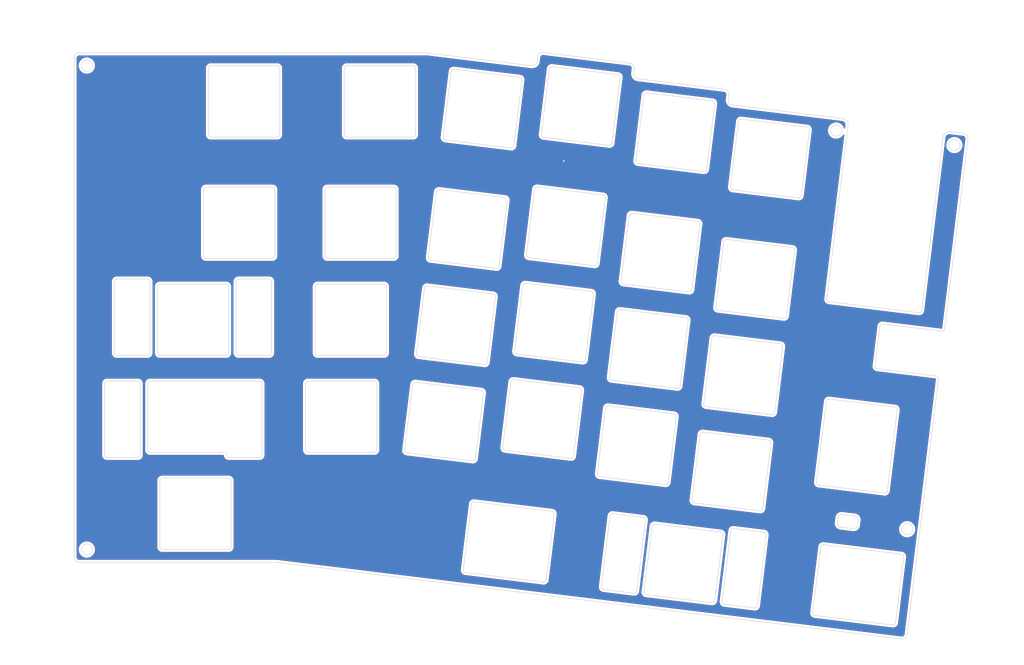
<source format=kicad_pcb>
(kicad_pcb (version 20240108) (generator "pcbnew") (generator_version "8.0")
  (layers (0 "F.Cu" signal) (31 "B.Cu" signal) (34 "B.Paste" user) (35 "F.Paste" user) (36 "B.SilkS" user "B.Silkscreen") (37 "F.SilkS" user "F.Silkscreen") (38 "B.Mask" user) (39 "F.Mask" user) (44 "Edge.Cuts" user))
  (net 0 "")
  (net 1 "GND")
  (gr_line (start 190.663032 112.029648) (end 177.754318 110.444658) (stroke (width 0.1)) (layer "Edge.Cuts"))
  (gr_line (start 85.2125 119.9875) (end 85.2125 132.9875) (stroke (width 0.1)) (layer "Edge.Cuts"))
  (gr_arc (start 124.321169 76.723947) (mid 123.987303 76.534471) (end 123.886182 76.164144) (stroke (width 0.1)) (layer "Edge.Cuts"))
  (gr_arc (start 144.72641 62.749063) (mid 144.915902 62.415168) (end 145.286261 62.314039) (stroke (width 0.1)) (layer "Edge.Cuts"))
  (gr_arc (start 180.696964 86.524982) (mid 180.362585 86.334862) (end 180.262153 85.963556) (stroke (width 0.1)) (layer "Edge.Cuts"))
  (gr_arc (start 102.1925 95.3875) (mid 101.838947 95.241053) (end 101.6925 94.8875) (stroke (width 0.1)) (layer "Edge.Cuts"))
  (gr_line (start 71.2125 132.9875) (end 71.2125 119.9875) (stroke (width 0.1)) (layer "Edge.Cuts"))
  (gr_line (start 130.753823 137.468165) (end 130.753792 137.468161) (stroke (width 0.1)) (layer "Edge.Cuts"))
  (gr_line (start 166.641663 142.378396) (end 179.552604 143.96366) (stroke (width 0.1)) (layer "Edge.Cuts"))
  (gr_line (start 139.365798 64.969838) (end 139.365807 64.969839) (stroke (width 0.1)) (layer "Edge.Cuts"))
  (gr_line (start 68.7982 80.3875) (end 62.79822 80.3875) (stroke (width 0.1)) (layer "Edge.Cuts"))
  (gr_arc (start 199.73066 146.441213) (mid 199.396059 146.250821) (end 199.295909 145.879101) (stroke (width 0.1)) (layer "Edge.Cuts"))
  (gr_arc (start 120.9075 38.525) (mid 121.261053 38.671447) (end 121.4075 39.025) (stroke (width 0.1)) (layer "Edge.Cuts"))
  (gr_arc (start 69.29825 94.8875) (mid 69.1518 95.241036) (end 68.79825 95.3875) (stroke (width 0.1)) (layer "Edge.Cuts"))
  (gr_arc (start 120.826943 101.079655) (mid 121.018998 100.743793) (end 121.393168 100.64542) (stroke (width 0.1)) (layer "Edge.Cuts"))
  (gr_line (start 205.143734 48.886242) (end 183.602842 46.241353) (stroke (width 0.1)) (layer "Edge.Cuts"))
  (gr_arc (start 217.813852 150.19797) (mid 217.436965 150.864115) (end 216.69943 151.068651) (stroke (width 0.1)) (layer "Edge.Cuts"))
  (gr_line (start 123.713776 81.737292) (end 136.608837 83.320606) (stroke (width 0.1)) (layer "Edge.Cuts"))
  (gr_arc (start 189.514071 125.489859) (mid 189.329065 125.820294) (end 188.96553 125.926358) (stroke (width 0.1)) (layer "Edge.Cuts"))
  (gr_arc (start 60.39325 100.9375) (mid 60.539697 100.583947) (end 60.89325 100.4375) (stroke (width 0.1)) (layer "Edge.Cuts"))
  (gr_arc (start 181.845937 73.064667) (mid 182.034376 72.731603) (end 182.403134 72.629336) (stroke (width 0.1)) (layer "Edge.Cuts"))
  (gr_line (start 94.137418 136.019959) (end 216.699427 151.068677) (stroke (width 0.1)) (layer "Edge.Cuts"))
  (gr_arc (start 200.879612 132.980876) (mid 201.068056 132.647836) (end 201.436817 132.545565) (stroke (width 0.1)) (layer "Edge.Cuts"))
  (gr_circle (center 217.833851 129.521319) (end 218.933851 129.521319) (stroke (width 0.1)) (fill none) (layer "Edge.Cuts"))
  (gr_line (start 158.266554 141.350061) (end 164.221812 142.081275) (stroke (width 0.1)) (layer "Edge.Cuts"))
  (gr_arc (start 188.477046 144.555731) (mid 188.290137 144.887589) (end 187.923713 144.991503) (stroke (width 0.1)) (layer "Edge.Cuts"))
  (gr_line (start 113.2875 114.4375) (end 100.2875 114.4375) (stroke (width 0.1)) (layer "Edge.Cuts"))
  (gr_line (start 148.185635 38.678724) (end 148.185637 38.678709) (stroke (width 0.1)) (layer "Edge.Cuts"))
  (gr_line (start 93.285 76.3375) (end 80.285 76.3375) (stroke (width 0.1)) (layer "Edge.Cuts"))
  (gr_arc (start 145.36903 36.796428) (mid 145.743629 36.132069) (end 146.477683 35.925037) (stroke (width 0.1)) (layer "Edge.Cuts"))
  (gr_line (start 164.779021 141.645928) (end 166.48519 127.750291) (stroke (width 0.1)) (layer "Edge.Cuts"))
  (gr_arc (start 176.053763 124.340993) (mid 175.721551 124.153656) (end 175.61807 123.786571) (stroke (width 0.1)) (layer "Edge.Cuts"))
  (gr_arc (start 80.285 76.3375) (mid 79.931447 76.191053) (end 79.785 75.8375) (stroke (width 0.1)) (layer "Edge.Cuts"))
  (gr_line (start 164.172541 39.969129) (end 164.172534 39.969128) (stroke (width 0.1)) (layer "Edge.Cuts"))
  (gr_arc (start 181.964573 144.259813) (mid 181.631524 144.071369) (end 181.529229 143.702604) (stroke (width 0.1)) (layer "Edge.Cuts"))
  (gr_line (start 156.480548 77.793662) (end 143.577467 76.209363) (stroke (width 0.1)) (layer "Edge.Cuts"))
  (gr_line (start 55.4 136.0125) (end 94.0155 136.0125) (stroke (width 0.1)) (layer "Edge.Cuts"))
  (gr_line (start 166.049828 127.19308) (end 160.094575 126.461867) (stroke (width 0.1)) (layer "Edge.Cuts"))
  (gr_line (start 189.514071 125.489859) (end 191.09836 112.586855) (stroke (width 0.1)) (layer "Edge.Cuts"))
  (gr_arc (start 119.677967 114.539957) (mid 119.344907 114.351521) (end 119.242641 113.982767) (stroke (width 0.1)) (layer "Edge.Cuts"))
  (gr_line (start 103.5975 62.8375) (end 103.5975 75.8375) (stroke (width 0.1)) (layer "Edge.Cuts"))
  (gr_arc (start 211.964718 98.017395) (mid 211.628918 97.825734) (end 211.530103 97.451939) (stroke (width 0.1)) (layer "Edge.Cuts"))
  (gr_line (start 128.372176 39.628659) (end 126.787888 52.531648) (stroke (width 0.1)) (layer "Edge.Cuts"))
  (gr_arc (start 92.6741 80.3875) (mid 93.02525 80.531479) (end 93.17425 80.880529) (stroke (width 0.1)) (layer "Edge.Cuts"))
  (gr_line (start 225.179053 90.213232) (end 229.758571 52.916073) (stroke (width 0.1)) (layer "Edge.Cuts"))
  (gr_arc (start 94.7375 52.025) (mid 94.591053 52.378553) (end 94.2375 52.525) (stroke (width 0.1)) (layer "Edge.Cuts"))
  (gr_line (start 159.20016 105.287535) (end 172.103246 106.871835) (stroke (width 0.1)) (layer "Edge.Cuts"))
  (gr_line (start 69.29825 94.8875) (end 69.29825 80.880529) (stroke (width 0.1)) (layer "Edge.Cuts"))
  (gr_line (start 224.621754 90.648563) (end 224.621749 90.648604) (stroke (width 0.1)) (layer "Edge.Cuts"))
  (gr_line (start 205.07311 126.621024) (end 205.073117 126.620964) (stroke (width 0.1)) (layer "Edge.Cuts"))
  (gr_arc (start 198.208234 50.578632) (mid 198.541303 50.767075) (end 198.643596 51.135843) (stroke (width 0.1)) (layer "Edge.Cuts"))
  (gr_arc (start 159.815578 100.275173) (mid 159.482543 100.086729) (end 159.380261 99.717968) (stroke (width 0.1)) (layer "Edge.Cuts"))
  (gr_arc (start 183.602842 46.241353) (mid 182.934178 45.861134) (end 182.733317 45.118626) (stroke (width 0.1)) (layer "Edge.Cuts"))
  (gr_arc (start 197.059296 64.038937) (mid 196.872514 64.370714) (end 196.506275 64.474795) (stroke (width 0.1)) (layer "Edge.Cuts"))
  (gr_arc (start 170.954298 120.332138) (mid 170.764172 120.666528) (end 170.392854 120.766963) (stroke (width 0.1)) (layer "Edge.Cuts"))
  (gr_arc (start 213.935125 121.990029) (mid 213.746682 122.323082) (end 213.377915 122.425385) (stroke (width 0.1)) (layer "Edge.Cuts"))
  (gr_line (start 68.83125 113.9304) (end 68.83125 100.9375) (stroke (width 0.1)) (layer "Edge.Cuts"))
  (gr_line (start 157.059308 118.620623) (end 158.642953 105.722868) (stroke (width 0.1)) (layer "Edge.Cuts"))
  (gr_arc (start 224.862134 52.566841) (mid 225.328331 51.737951) (end 226.242782 51.476879) (stroke (width 0.1)) (layer "Edge.Cuts"))
  (gr_line (start 202.093378 146.731318) (end 199.73066 146.441213) (stroke (width 0.1)) (layer "Edge.Cuts"))
  (gr_arc (start 135.459898 96.780925) (mid 135.271454 97.113969) (end 134.902691 97.216255) (stroke (width 0.1)) (layer "Edge.Cuts"))
  (gr_line (start 145.798401 125.714028) (end 135.258802 124.419927) (stroke (width 0.1)) (layer "Edge.Cuts"))
  (gr_arc (start 167.790603 128.918075) (mid 167.979047 128.585031) (end 168.34781 128.482747) (stroke (width 0.1)) (layer "Edge.Cuts"))
  (gr_line (start 177.940514 104.871795) (end 179.524328 91.972665) (stroke (width 0.1)) (layer "Edge.Cuts"))
  (gr_line (start 174.859142 88.529733) (end 173.275909 101.424127) (stroke (width 0.1)) (layer "Edge.Cuts"))
  (gr_arc (start 225.179053 90.213232) (mid 224.990574 90.546324) (end 224.621754 90.648563) (stroke (width 0.1)) (layer "Edge.Cuts"))
  (gr_line (start 213.377915 122.425385) (end 200.474777 120.841079) (stroke (width 0.1)) (layer "Edge.Cuts"))
  (gr_line (start 60.39325 114.9375) (end 60.39325 100.9375) (stroke (width 0.1)) (layer "Edge.Cuts"))
  (gr_line (start 167.790603 128.918075) (end 166.206304 141.821163) (stroke (width 0.1)) (layer "Edge.Cuts"))
  (gr_line (start 183.235399 129.806962) (end 181.529229 143.702604) (stroke (width 0.1)) (layer "Edge.Cuts"))
  (gr_line (start 161.530428 86.380593) (end 174.424847 87.963829) (stroke (width 0.1)) (layer "Edge.Cuts"))
  (gr_line (start 172.537497 107.438013) (end 170.954298 120.332138) (stroke (width 0.1)) (layer "Edge.Cuts"))
  (gr_line (start 193.419972 93.678852) (end 191.835673 106.581935) (stroke (width 0.1)) (layer "Edge.Cuts"))
  (gr_line (start 175.040309 82.951475) (end 162.137178 81.367169) (stroke (width 0.1)) (layer "Edge.Cuts"))
  (gr_arc (start 158.266554 141.350061) (mid 157.935996 141.164802) (end 157.830203 140.800948) (stroke (width 0.1)) (layer "Edge.Cuts"))
  (gr_arc (start 152.394544 115.174256) (mid 152.209342 115.504836) (end 151.84551 115.610676) (stroke (width 0.1)) (layer "Edge.Cuts"))
  (gr_arc (start 103.5975 62.8375) (mid 103.743947 62.483947) (end 104.0975 62.3375) (stroke (width 0.1)) (layer "Edge.Cuts"))
  (gr_line (start 172.718699 101.859478) (end 159.815578 100.275173) (stroke (width 0.1)) (layer "Edge.Cuts"))
  (gr_arc (start 115.6925 94.8875) (mid 115.546053 95.241053) (end 115.1925 95.3875) (stroke (width 0.1)) (layer "Edge.Cuts"))
  (gr_line (start 94.2375 38.525) (end 81.2375 38.525) (stroke (width 0.1)) (layer "Edge.Cuts"))
  (gr_line (start 126.027448 62.828314) (end 138.930438 64.412602) (stroke (width 0.1)) (layer "Edge.Cuts"))
  (gr_arc (start 166.641663 142.378396) (mid 166.308577 142.189945) (end 166.206304 141.821163) (stroke (width 0.1)) (layer "Edge.Cuts"))
  (gr_line (start 202.094147 146.731413) (end 202.093378 146.731318) (stroke (width 0.1)) (layer "Edge.Cuts"))
  (gr_line (start 217.813852 150.19797) (end 223.979683 99.981316) (stroke (width 0.1)) (layer "Edge.Cuts"))
  (gr_line (start 142.4048 81.657062) (end 140.819422 94.56894) (stroke (width 0.1)) (layer "Edge.Cuts"))
  (gr_line (start 220.128475 87.01664) (end 202.490959 84.851026) (stroke (width 0.1)) (layer "Edge.Cuts"))
  (gr_arc (start 84.7125 119.4875) (mid 85.066053 119.633947) (end 85.2125 119.9875) (stroke (width 0.1)) (layer "Edge.Cuts"))
  (gr_line (start 126.787939 52.531654) (end 126.787888 52.531648) (stroke (width 0.1)) (layer "Edge.Cuts"))
  (gr_arc (start 223.542898 99.432779) (mid 223.873507 99.617698) (end 223.979683 99.981316) (stroke (width 0.1)) (layer "Edge.Cuts"))
  (gr_line (start 148.161934 126.004232) (end 145.798401 125.714028) (stroke (width 0.1)) (layer "Edge.Cuts"))
  (gr_circle (center 227.094401 54.100219) (end 228.194401 54.100219) (stroke (width 0.1)) (fill none) (layer "Edge.Cuts"))
  (gr_arc (start 181.966172 43.161435) (mid 182.629298 43.534471) (end 182.837989 44.26613) (stroke (width 0.1)) (layer "Edge.Cuts"))
  (gr_line (start 223.542898 99.432779) (end 211.964718 98.017395) (stroke (width 0.1)) (layer "Edge.Cuts"))
  (gr_arc (start 80.7375 39.025) (mid 80.883947 38.671447) (end 81.2375 38.525) (stroke (width 0.1)) (layer "Edge.Cuts"))
  (gr_arc (start 84.73625 94.8875) (mid 84.5898 95.241036) (end 84.23625 95.3875) (stroke (width 0.1)) (layer "Edge.Cuts"))
  (gr_line (start 99.7875 113.9375) (end 99.7875 100.9375) (stroke (width 0.1)) (layer "Edge.Cuts"))
  (gr_line (start 148.185637 38.678709) (end 161.088737 40.263011) (stroke (width 0.1)) (layer "Edge.Cuts"))
  (gr_line (start 203.800317 132.835767) (end 214.339917 134.129867) (stroke (width 0.1)) (layer "Edge.Cuts"))
  (gr_line (start 117.5975 75.8375) (end 117.5975 62.8375) (stroke (width 0.1)) (layer "Edge.Cuts"))
  (gr_arc (start 154.716146 96.266331) (mid 154.527703 96.599392) (end 154.158938 96.701667) (stroke (width 0.1)) (layer "Edge.Cuts"))
  (gr_arc (start 158.186736 63.898018) (mid 158.521407 64.088515) (end 158.621423 64.46039) (stroke (width 0.1)) (layer "Edge.Cuts"))
  (gr_arc (start 204.237223 127.27409) (mid 204.51989 126.774419) (end 205.07311 126.621024) (stroke (width 0.1)) (layer "Edge.Cuts"))
  (gr_arc (start 195.306233 74.213638) (mid 195.6393 74.40208) (end 195.741582 74.770847) (stroke (width 0.1)) (layer "Edge.Cuts"))
  (gr_line (start 228.887869 51.801654) (end 226.242782 51.476879) (stroke (width 0.1)) (layer "Edge.Cuts"))
  (gr_arc (start 181.250932 130.067051) (mid 181.583986 130.255484) (end 181.686251 130.624232) (stroke (width 0.1)) (layer "Edge.Cuts"))
  (gr_line (start 159.537371 126.897171) (end 157.830203 140.800948) (stroke (width 0.1)) (layer "Edge.Cuts"))
  (gr_line (start 60.89325 100.4375) (end 66.8932 100.4375) (stroke (width 0.1)) (layer "Edge.Cuts"))
  (gr_line (start 161.523511 40.824782) (end 159.939768 53.723334) (stroke (width 0.1)) (layer "Edge.Cuts"))
  (gr_arc (start 175.597518 82.516128) (mid 175.409075 82.849179) (end 175.040309 82.951475) (stroke (width 0.1)) (layer "Edge.Cuts"))
  (gr_line (start 132.575815 116.123614) (end 119.677967 114.539957) (stroke (width 0.1)) (layer "Edge.Cuts"))
  (gr_line (start 212.633745 148.025513) (end 202.094147 146.731413) (stroke (width 0.1)) (layer "Edge.Cuts"))
  (gr_arc (start 166.049828 127.19308) (mid 166.38288 127.381523) (end 166.48519 127.750291) (stroke (width 0.1)) (layer "Edge.Cuts"))
  (gr_arc (start 202.490959 84.851026) (mid 202.156381 84.660671) (end 202.056182 84.289002) (stroke (width 0.1)) (layer "Edge.Cuts"))
  (gr_line (start 165.039253 57.732172) (end 177.950511 59.317474) (stroke (width 0.1)) (layer "Edge.Cuts"))
  (gr_line (start 69.33125 100.4375) (end 90.7692 100.4375) (stroke (width 0.1)) (layer "Edge.Cuts"))
  (gr_arc (start 176.746447 69.055825) (mid 177.08211 69.247612) (end 177.180795 69.621384) (stroke (width 0.1)) (layer "Edge.Cuts"))
  (gr_line (start 182.733317 45.118626) (end 182.837989 44.26613) (stroke (width 0.1)) (layer "Edge.Cuts"))
  (gr_arc (start 113.2875 100.4375) (mid 113.641053 100.583947) (end 113.7875 100.9375) (stroke (width 0.1)) (layer "Edge.Cuts"))
  (gr_line (start 137.218765 78.307573) (end 124.321169 76.723947) (stroke (width 0.1)) (layer "Edge.Cuts"))
  (gr_arc (start 174.424847 87.963829) (mid 174.760615 88.155754) (end 174.859142 88.529733) (stroke (width 0.1)) (layer "Edge.Cuts"))
  (gr_arc (start 137.781495 77.873025) (mid 137.590827 78.207759) (end 137.218765 78.307573) (stroke (width 0.1)) (layer "Edge.Cuts"))
  (gr_line (start 123.5798 36) (end 55.4 36) (stroke (width 0.1)) (layer "Edge.Cuts"))
  (gr_arc (start 121.4075 52.025) (mid 121.261053 52.378553) (end 120.9075 52.525) (stroke (width 0.1)) (layer "Edge.Cuts"))
  (gr_arc (start 201.989383 104.40316) (mid 202.17965 104.068654) (end 202.551185 103.968362) (stroke (width 0.1)) (layer "Edge.Cuts"))
  (gr_arc (start 140.083188 100.565073) (mid 140.271631 100.232024) (end 140.640397 100.129723) (stroke (width 0.1)) (layer "Edge.Cuts"))
  (gr_line (start 215.884263 106.115573) (end 213.935125 121.990029) (stroke (width 0.1)) (layer "Edge.Cuts"))
  (gr_arc (start 153.543522 101.714028) (mid 153.876556 101.902472) (end 153.978835 102.271233) (stroke (width 0.1)) (layer "Edge.Cuts"))
  (gr_line (start 137.044197 83.877838) (end 135.459898 96.780925) (stroke (width 0.1)) (layer "Edge.Cuts"))
  (gr_line (start 155.865135 82.806024) (end 142.957173 81.221126) (stroke (width 0.1)) (layer "Edge.Cuts"))
  (gr_arc (start 86.17425 80.8875) (mid 86.3207 80.533964) (end 86.67425 80.3875) (stroke (width 0.1)) (layer "Edge.Cuts"))
  (gr_arc (start 164.779021 141.645928) (mid 164.590578 141.97898) (end 164.221812 142.081275) (stroke (width 0.1)) (layer "Edge.Cuts"))
  (gr_line (start 91.26925 100.944671) (end 91.26925 114.9375) (stroke (width 0.1)) (layer "Edge.Cuts"))
  (gr_line (start 81.2375 52.525) (end 94.2375 52.525) (stroke (width 0.1)) (layer "Edge.Cuts"))
  (gr_line (start 80.285 62.3375) (end 93.285 62.3375) (stroke (width 0.1)) (layer "Edge.Cuts"))
  (gr_arc (start 115.1925 81.3875) (mid 115.546053 81.533947) (end 115.6925 81.8875) (stroke (width 0.1)) (layer "Edge.Cuts"))
  (gr_arc (start 159.537371 126.897171) (mid 159.725814 126.564116) (end 160.094575 126.461867) (stroke (width 0.1)) (layer "Edge.Cuts"))
  (gr_arc (start 147.012949 139.464456) (mid 146.827839 139.794966) (end 146.464146 139.900907) (stroke (width 0.1)) (layer "Edge.Cuts"))
  (gr_arc (start 133.138287 115.688936) (mid 132.94775 116.02364) (end 132.575815 116.123614) (stroke (width 0.1)) (layer "Edge.Cuts"))
  (gr_arc (start 71.2125 119.9875) (mid 71.358947 119.633947) (end 71.7125 119.4875) (stroke (width 0.1)) (layer "Edge.Cuts"))
  (gr_arc (start 183.235399 129.806962) (mid 183.421886 129.475417) (end 183.787672 129.371014) (stroke (width 0.1)) (layer "Edge.Cuts"))
  (gr_arc (start 228.887869 51.801654) (mid 229.554011 52.178539) (end 229.758571 52.916073) (stroke (width 0.1)) (layer "Edge.Cuts"))
  (gr_line (start 84.26925 114.4375) (end 69.3313 114.4375) (stroke (width 0.1)) (layer "Edge.Cuts"))
  (gr_arc (start 123.148553 82.171656) (mid 123.340207 81.836105) (end 123.713776 81.737292) (stroke (width 0.1)) (layer "Edge.Cuts"))
  (gr_line (start 141.255854 95.117368) (end 154.158938 96.701667) (stroke (width 0.1)) (layer "Edge.Cuts"))
  (gr_line (start 154.716146 96.266331) (end 156.301114 83.357795) (stroke (width 0.1)) (layer "Edge.Cuts"))
  (gr_arc (start 216.703441 134.420072) (mid 217.039267 134.612093) (end 217.137659 134.986209) (stroke (width 0.1)) (layer "Edge.Cuts"))
  (gr_line (start 93.785 62.8375) (end 93.785 75.8375) (stroke (width 0.1)) (layer "Edge.Cuts"))
  (gr_arc (start 184.74795 49.429668) (mid 184.936393 49.096605) (end 185.305158 48.994334) (stroke (width 0.1)) (layer "Edge.Cuts"))
  (gr_line (start 199.295909 145.879101) (end 200.879612 132.980876) (stroke (width 0.1)) (layer "Edge.Cuts"))
  (gr_arc (start 68.7982 80.3875) (mid 69.149286 80.531514) (end 69.29825 80.880529) (stroke (width 0.1)) (layer "Edge.Cuts"))
  (gr_line (start 195.741582 74.770847) (end 194.157282 87.673936) (stroke (width 0.1)) (layer "Edge.Cuts"))
  (gr_line (start 70.73625 94.8804) (end 70.73625 81.8875) (stroke (width 0.1)) (layer "Edge.Cuts"))
  (gr_line (start 133.552631 138.315573) (end 144.09223 139.609674) (stroke (width 0.1)) (layer "Edge.Cuts"))
  (gr_line (start 115.1925 95.3875) (end 102.1925 95.3875) (stroke (width 0.1)) (layer "Edge.Cuts"))
  (gr_line (start 184.74795 49.429668) (end 183.163016 62.337925) (stroke (width 0.1)) (layer "Edge.Cuts"))
  (gr_arc (start 204.768396 129.102324) (mid 204.268781 128.819655) (end 204.115376 128.266497) (stroke (width 0.1)) (layer "Edge.Cuts"))
  (gr_arc (start 148.161934 126.004232) (mid 148.493367 126.190592) (end 148.597886 126.556179) (stroke (width 0.1)) (layer "Edge.Cuts"))
  (gr_line (start 143.14211 75.652153) (end 144.72641 62.749063) (stroke (width 0.1)) (layer "Edge.Cuts"))
  (gr_arc (start 178.375363 105.432989) (mid 178.041054 105.242962) (end 177.940514 104.871795) (stroke (width 0.1)) (layer "Edge.Cuts"))
  (gr_arc (start 205.143734 48.886242) (mid 205.976394 49.357339) (end 206.232058 50.279234) (stroke (width 0.1)) (layer "Edge.Cuts"))
  (gr_arc (start 166.188185 44.271873) (mid 166.376628 43.938823) (end 166.745395 43.836522) (stroke (width 0.1)) (layer "Edge.Cuts"))
  (gr_line (start 191.278465 107.017272) (end 191.278463 107.01729) (stroke (width 0.1)) (layer "Edge.Cuts"))
  (gr_arc (start 180.101959 143.527257) (mid 179.916632 143.857943) (end 179.552604 143.96366) (stroke (width 0.1)) (layer "Edge.Cuts"))
  (gr_line (start 216.69943 151.068651) (end 216.699427 151.068677) (stroke (width 0.1)) (layer "Edge.Cuts"))
  (gr_arc (start 121.999568 95.631951) (mid 121.666512 95.443517) (end 121.56425 95.074768) (stroke (width 0.1)) (layer "Edge.Cuts"))
  (gr_line (start 145.36903 36.796428) (end 145.264524 37.647566) (stroke (width 0.1)) (layer "Edge.Cuts"))
  (gr_arc (start 162.137178 81.367169) (mid 161.804145 81.178725) (end 161.701871 80.809965) (stroke (width 0.1)) (layer "Edge.Cuts"))
  (gr_arc (start 178.499531 58.881142) (mid 178.314307 59.211661) (end 177.950511 59.317474) (stroke (width 0.1)) (layer "Edge.Cuts"))
  (gr_line (start 176.053763 124.340993) (end 188.96553 125.926358) (stroke (width 0.1)) (layer "Edge.Cuts"))
  (gr_arc (start 113.7875 113.9375) (mid 113.641053 114.291053) (end 113.2875 114.4375) (stroke (width 0.1)) (layer "Edge.Cuts"))
  (gr_line (start 214.997149 148.315703) (end 212.633745 148.025513) (stroke (width 0.1)) (layer "Edge.Cuts"))
  (gr_arc (start 191.835673 106.581935) (mid 191.64723 106.915006) (end 191.278465 107.017272) (stroke (width 0.1)) (layer "Edge.Cuts"))
  (gr_arc (start 85.2125 132.9875) (mid 85.066053 133.341053) (end 84.7125 133.4875) (stroke (width 0.1)) (layer "Edge.Cuts"))
  (gr_arc (start 157.037755 77.358332) (mid 156.849312 77.691397) (end 156.480548 77.793662) (stroke (width 0.1)) (layer "Edge.Cuts"))
  (gr_line (start 159.379429 54.158273) (end 146.479467 52.574356) (stroke (width 0.1)) (layer "Edge.Cuts"))
  (gr_line (start 214.339917 134.129867) (end 214.340685 134.129962) (stroke (width 0.1)) (layer "Edge.Cuts"))
  (gr_line (start 200.040142 120.278456) (end 201.989383 104.40316) (stroke (width 0.1)) (layer "Edge.Cuts"))
  (gr_line (start 204.237223 127.27409) (end 204.115371 128.266496) (stroke (width 0.1)) (layer "Edge.Cuts"))
  (gr_arc (start 62.29825 80.88747) (mid 62.444688 80.533938) (end 62.79822 80.3875) (stroke (width 0.1)) (layer "Edge.Cuts"))
  (gr_arc (start 165.043229 41.08356) (mid 164.377078 40.70667) (end 164.172541 39.969129) (stroke (width 0.1)) (layer "Edge.Cuts"))
  (gr_line (start 104.0975 76.3375) (end 117.0975 76.3375) (stroke (width 0.1)) (layer "Edge.Cuts"))
  (gr_arc (start 158.642953 105.722868) (mid 158.831396 105.389807) (end 159.20016 105.287535) (stroke (width 0.1)) (layer "Edge.Cuts"))
  (gr_line (start 181.250932 130.067051) (end 168.34781 128.482747) (stroke (width 0.1)) (layer "Edge.Cuts"))
  (gr_line (start 211.530103 97.451939) (end 212.486544 89.662355) (stroke (width 0.1)) (layer "Edge.Cuts"))
  (gr_arc (start 94.0155 136.0125) (mid 94.076573 136.014366) (end 94.137418 136.019959) (stroke (width 0.1)) (layer "Edge.Cuts"))
  (gr_arc (start 55.4 136.0125) (mid 54.692893 135.719607) (end 54.4 135.0125) (stroke (width 0.1)) (layer "Edge.Cuts"))
  (gr_arc (start 107.4075 39.025) (mid 107.553947 38.671447) (end 107.9075 38.525) (stroke (width 0.1)) (layer "Edge.Cuts"))
  (gr_line (start 179.648522 45.420826) (end 166.745395 43.836522) (stroke (width 0.1)) (layer "Edge.Cuts"))
  (gr_circle (center 56.9 38.5) (end 58 38.5) (stroke (width 0.1)) (fill none) (layer "Edge.Cuts"))
  (gr_arc (start 138.930438 64.412602) (mid 139.263525 64.601054) (end 139.365798 64.969838) (stroke (width 0.1)) (layer "Edge.Cuts"))
  (gr_line (start 86.17425 80.8875) (end 86.17425 94.8944) (stroke (width 0.1)) (layer "Edge.Cuts"))
  (gr_line (start 84.23625 95.3875) (end 71.2363 95.3875) (stroke (width 0.1)) (layer "Edge.Cuts"))
  (gr_line (start 139.365807 64.969839) (end 137.781495 77.873025) (stroke (width 0.1)) (layer "Edge.Cuts"))
  (gr_line (start 126.027444 62.82835) (end 126.027448 62.828314) (stroke (width 0.1)) (layer "Edge.Cuts"))
  (gr_line (start 62.29825 80.88747) (end 62.29825 94.8944) (stroke (width 0.1)) (layer "Edge.Cuts"))
  (gr_line (start 140.683509 54.238027) (end 142.268671 41.327915) (stroke (width 0.1)) (layer "Edge.Cuts"))
  (gr_line (start 202.551185 103.968362) (end 215.449824 105.552117) (stroke (width 0.1)) (layer "Edge.Cuts"))
  (gr_arc (start 68.83125 100.9375) (mid 68.9777 100.583964) (end 69.33125 100.4375) (stroke (width 0.1)) (layer "Edge.Cuts"))
  (gr_line (start 135.258802 124.419927) (end 135.25767 124.419789) (stroke (width 0.1)) (layer "Edge.Cuts"))
  (gr_arc (start 101.6925 81.8875) (mid 101.838947 81.533947) (end 102.1925 81.3875) (stroke (width 0.1)) (layer "Edge.Cuts"))
  (gr_line (start 107.9075 52.525) (end 120.9075 52.525) (stroke (width 0.1)) (layer "Edge.Cuts"))
  (gr_line (start 134.722588 102.785837) (end 133.138287 115.688936) (stroke (width 0.1)) (layer "Edge.Cuts"))
  (gr_arc (start 132.338092 124.565073) (mid 132.526536 124.232026) (end 132.895301 124.129727) (stroke (width 0.1)) (layer "Edge.Cuts"))
  (gr_arc (start 93.785 75.8375) (mid 93.638553 76.191053) (end 93.285 76.3375) (stroke (width 0.1)) (layer "Edge.Cuts"))
  (gr_line (start 201.436817 132.545565) (end 203.800317 132.835767) (stroke (width 0.1)) (layer "Edge.Cuts"))
  (gr_line (start 207.554323 126.925618) (end 205.073117 126.620964) (stroke (width 0.1)) (layer "Edge.Cuts"))
  (gr_line (start 193.600064 88.109284) (end 180.696964 86.524982) (stroke (width 0.1)) (layer "Edge.Cuts"))
  (gr_arc (start 161.088737 40.263011) (mid 161.423225 40.453268) (end 161.523511 40.824782) (stroke (width 0.1)) (layer "Edge.Cuts"))
  (gr_line (start 117.0975 62.3375) (end 104.0975 62.3375) (stroke (width 0.1)) (layer "Edge.Cuts"))
  (gr_line (start 79.785 75.8375) (end 79.785 62.8375) (stroke (width 0.1)) (layer "Edge.Cuts"))
  (gr_line (start 121.4075 52.025) (end 121.4075 39.025) (stroke (width 0.1)) (layer "Edge.Cuts"))
  (gr_line (start 84.7125 133.4875) (end 71.7125 133.4875) (stroke (width 0.1)) (layer "Edge.Cuts"))
  (gr_circle (center 56.9 133.5125) (end 58 133.5125) (stroke (width 0.1)) (fill none) (layer "Edge.Cuts"))
  (gr_line (start 202.056182 84.289002) (end 206.232058 50.279234) (stroke (width 0.1)) (layer "Edge.Cuts"))
  (gr_line (start 182.403134 72.629336) (end 195.306233 74.213638) (stroke (width 0.1)) (layer "Edge.Cuts"))
  (gr_arc (start 220.685679 86.581323) (mid 220.497236 86.914359) (end 220.128475 87.01664) (stroke (width 0.1)) (layer "Edge.Cuts"))
  (gr_arc (start 94.2375 38.525) (mid 94.591053 38.671447) (end 94.7375 39.025) (stroke (width 0.1)) (layer "Edge.Cuts"))
  (gr_arc (start 107.9075 52.525) (mid 107.553947 52.378553) (end 107.4075 52.025) (stroke (width 0.1)) (layer "Edge.Cuts"))
  (gr_line (start 134.902691 97.216255) (end 121.999568 95.631951) (stroke (width 0.1)) (layer "Edge.Cuts"))
  (gr_arc (start 134.287236 102.228613) (mid 134.620316 102.417061) (end 134.722588 102.785837) (stroke (width 0.1)) (layer "Edge.Cuts"))
  (gr_line (start 177.202716 110.880664) (end 175.61807 123.786571) (stroke (width 0.1)) (layer "Edge.Cuts"))
  (gr_line (start 152.394544 115.174256) (end 153.978835 102.271233) (stroke (width 0.1)) (layer "Edge.Cuts"))
  (gr_arc (start 146.479467 52.574356) (mid 146.146403 52.385913) (end 146.044124 52.017147) (stroke (width 0.1)) (layer "Edge.Cuts"))
  (gr_arc (start 125.47015 63.263756) (mid 125.6586 62.930614) (end 126.027444 62.82835) (stroke (width 0.1)) (layer "Edge.Cuts"))
  (gr_line (start 94.7375 52.025) (end 94.7375 39.025) (stroke (width 0.1)) (layer "Edge.Cuts"))
  (gr_line (start 153.543522 101.714028) (end 140.640397 100.129723) (stroke (width 0.1)) (layer "Edge.Cuts"))
  (gr_arc (start 143.577467 76.209363) (mid 143.2444 76.020921) (end 143.14211 75.652153) (stroke (width 0.1)) (layer "Edge.Cuts"))
  (gr_arc (start 84.2362 81.3875) (mid 84.592286 81.536514) (end 84.73625 81.894671) (stroke (width 0.1)) (layer "Edge.Cuts"))
  (gr_arc (start 147.628423 39.114065) (mid 147.816867 38.780992) (end 148.185635 38.678724) (stroke (width 0.1)) (layer "Edge.Cuts"))
  (gr_line (start 86.6744 95.3875) (end 92.67425 95.3875) (stroke (width 0.1)) (layer "Edge.Cuts"))
  (gr_line (start 121.393168 100.64542) (end 134.287236 102.228613) (stroke (width 0.1)) (layer "Edge.Cuts"))
  (gr_arc (start 183.598965 62.889977) (mid 183.267496 62.703576) (end 183.163016 62.337925) (stroke (width 0.1)) (layer "Edge.Cuts"))
  (gr_line (start 144.144883 38.517565) (end 123.701718 36.007459) (stroke (width 0.1)) (layer "Edge.Cuts"))
  (gr_arc (start 155.865135 82.806024) (mid 156.196516 82.992314) (end 156.301114 83.357795) (stroke (width 0.1)) (layer "Edge.Cuts"))
  (gr_arc (start 71.2363 95.3875) (mid 70.880239 95.238511) (end 70.73625 94.8804) (stroke (width 0.1)) (layer "Edge.Cuts"))
  (gr_line (start 107.4075 39.025) (end 107.4075 52.025) (stroke (width 0.1)) (layer "Edge.Cuts"))
  (gr_arc (start 127.223354 53.088962) (mid 126.890204 52.900507) (end 126.787939 52.531654) (stroke (width 0.1)) (layer "Edge.Cuts"))
  (gr_line (start 198.208234 50.578632) (end 185.305158 48.994334) (stroke (width 0.1)) (layer "Edge.Cuts"))
  (gr_line (start 183.598965 62.889977) (end 196.506275 64.474795) (stroke (width 0.1)) (layer "Edge.Cuts"))
  (gr_line (start 140.083188 100.565073) (end 138.497866 113.476484) (stroke (width 0.1)) (layer "Edge.Cuts"))
  (gr_arc (start 165.039253 57.732172) (mid 164.708726 57.546957) (end 164.602878 57.183167) (stroke (width 0.1)) (layer "Edge.Cuts"))
  (gr_arc (start 81.2375 52.525) (mid 80.883947 52.378553) (end 80.7375 52.025) (stroke (width 0.1)) (layer "Edge.Cuts"))
  (gr_arc (start 190.663032 112.029648) (mid 190.996095 112.218091) (end 191.09836 112.586855) (stroke (width 0.1)) (layer "Edge.Cuts"))
  (gr_line (start 141.832624 40.777618) (end 128.924092 39.192649) (stroke (width 0.1)) (layer "Edge.Cuts"))
  (gr_arc (start 84.7693 115.4375) (mid 84.413239 115.288511) (end 84.26925 114.9304) (stroke (width 0.1)) (layer "Edge.Cuts"))
  (gr_line (start 224.862134 52.566841) (end 220.685679 86.581323) (stroke (width 0.1)) (layer "Edge.Cuts"))
  (gr_arc (start 99.7875 100.9375) (mid 99.933947 100.583947) (end 100.2875 100.4375) (stroke (width 0.1)) (layer "Edge.Cuts"))
  (gr_arc (start 71.7125 133.4875) (mid 71.358947 133.341053) (end 71.2125 132.9875) (stroke (width 0.1)) (layer "Edge.Cuts"))
  (gr_arc (start 70.73625 81.8875) (mid 70.8827 81.533964) (end 71.23625 81.3875) (stroke (width 0.1)) (layer "Edge.Cuts"))
  (gr_line (start 127.223354 53.088962) (end 140.133672 54.67415) (stroke (width 0.1)) (layer "Edge.Cuts"))
  (gr_arc (start 163.406362 38.003617) (mid 164.072481 38.380503) (end 164.277035 39.118033) (stroke (width 0.1)) (layer "Edge.Cuts"))
  (gr_arc (start 100.2875 114.4375) (mid 99.933947 114.291053) (end 99.7875 113.9375) (stroke (width 0.1)) (layer "Edge.Cuts"))
  (gr_line (start 54.4 37) (end 54.4 135.0125) (stroke (width 0.1)) (layer "Edge.Cuts"))
  (gr_line (start 181.966172 43.161435) (end 165.043229 41.08356) (stroke (width 0.1)) (layer "Edge.Cuts"))
  (gr_line (start 115.6925 81.8875) (end 115.6925 94.8875) (stroke (width 0.1)) (layer "Edge.Cuts"))
  (gr_line (start 146.044124 52.017147) (end 147.628423 39.114065) (stroke (width 0.1)) (layer "Edge.Cuts"))
  (gr_arc (start 66.8932 100.4375) (mid 67.249286 100.586514) (end 67.39325 100.944671) (stroke (width 0.1)) (layer "Edge.Cuts"))
  (gr_arc (start 189.74776 130.102821) (mid 190.078538 130.288255) (end 190.184154 130.652451) (stroke (width 0.1)) (layer "Edge.Cuts"))
  (gr_line (start 214.997153 148.315669) (end 214.997149 148.315703) (stroke (width 0.1)) (layer "Edge.Cuts"))
  (gr_line (start 90.76925 115.4375) (end 84.7693 115.4375) (stroke (width 0.1)) (layer "Edge.Cuts"))
  (gr_arc (start 136.608837 83.320606) (mid 136.941922 83.509056) (end 137.044197 83.877838) (stroke (width 0.1)) (layer "Edge.Cuts"))
  (gr_arc (start 179.648522 45.420826) (mid 179.981557 45.60927) (end 180.083833 45.978031) (stroke (width 0.1)) (layer "Edge.Cuts"))
  (gr_line (start 161.701871 80.809965) (end 163.286174 67.906859) (stroke (width 0.1)) (layer "Edge.Cuts"))
  (gr_arc (start 138.93434 114.025383) (mid 138.603789 113.840237) (end 138.497866 113.476484) (stroke (width 0.1)) (layer "Edge.Cuts"))
  (gr_line (start 158.621423 64.46039) (end 157.037755 77.358332) (stroke (width 0.1)) (layer "Edge.Cuts"))
  (gr_line (start 101.6925 94.8875) (end 101.6925 81.8875) (stroke (width 0.1)) (layer "Edge.Cuts"))
  (gr_line (start 214.340685 134.129962) (end 216.703441 134.420072) (stroke (width 0.1)) (layer "Edge.Cuts"))
  (gr_line (start 164.172534 39.969128) (end 164.277035 39.118033) (stroke (width 0.1)) (layer "Edge.Cuts"))
  (gr_arc (start 60.89325 115.4375) (mid 60.539697 115.291053) (end 60.39325 114.9375) (stroke (width 0.1)) (layer "Edge.Cuts"))
  (gr_arc (start 192.984633 93.121644) (mid 193.317697 93.310087) (end 193.419972 93.678852) (stroke (width 0.1)) (layer "Edge.Cuts"))
  (gr_line (start 181.964573 144.259813) (end 187.923713 144.991503) (stroke (width 0.1)) (layer "Edge.Cuts"))
  (gr_arc (start 93.285 62.3375) (mid 93.638553 62.483947) (end 93.785 62.8375) (stroke (width 0.1)) (layer "Edge.Cuts"))
  (gr_arc (start 207.554323 126.925618) (mid 208.051128 127.204637) (end 208.208552 127.752246) (stroke (width 0.1)) (layer "Edge.Cuts"))
  (gr_line (start 180.085502 91.53783) (end 192.984633 93.121644) (stroke (width 0.1)) (layer "Edge.Cuts"))
  (gr_arc (start 200.474777 120.841079) (mid 200.140021 120.650484) (end 200.040142 120.278456) (stroke (width 0.1)) (layer "Edge.Cuts"))
  (gr_arc (start 159.939768 53.723334) (mid 159.75008 54.057373) (end 159.379429 54.158273) (stroke (width 0.1)) (layer "Edge.Cuts"))
  (gr_line (start 80.7375 39.025) (end 80.7375 52.025) (stroke (width 0.1)) (layer "Edge.Cuts"))
  (gr_line (start 163.851122 67.472477) (end 176.746447 69.055825) (stroke (width 0.1)) (layer "Edge.Cuts"))
  (gr_line (start 213.052258 89.228048) (end 224.621749 90.648604) (stroke (width 0.1)) (layer "Edge.Cuts"))
  (gr_arc (start 93.17425 94.8875) (mid 93.0278 95.241036) (end 92.67425 95.3875) (stroke (width 0.1)) (layer "Edge.Cuts"))
  (gr_circle (center 203.894628 51.251645) (end 204.994628 51.251645) (stroke (width 0.1)) (fill none) (layer "Edge.Cuts"))
  (gr_line (start 180.101959 143.527257) (end 181.686251 130.624232) (stroke (width 0.1)) (layer "Edge.Cuts"))
  (gr_line (start 204.115376 128.266497) (end 204.115371 128.266496) (stroke (width 0.1)) (layer "Edge.Cuts"))
  (gr_arc (start 141.832624 40.777618) (mid 142.163494 40.963354) (end 142.268671 41.327915) (stroke (width 0.1)) (layer "Edge.Cuts"))
  (gr_line (start 123.886182 76.164144) (end 125.47015 63.263756) (stroke (width 0.1)) (layer "Edge.Cuts"))
  (gr_arc (start 208.08554 128.754094) (mid 207.80581 129.251333) (end 207.257204 129.407911) (stroke (width 0.1)) (layer "Edge.Cuts"))
  (gr_line (start 102.1925 81.3875) (end 115.1925 81.3875) (stroke (width 0.1)) (layer "Edge.Cuts"))
  (gr_line (start 159.380261 99.717968) (end 160.964554 86.814944) (stroke (width 0.1)) (layer "Edge.Cuts"))
  (gr_arc (start 141.255854 95.117368) (mid 140.925508 94.93238) (end 140.819422 94.56894) (stroke (width 0.1)) (layer "Edge.Cuts"))
  (gr_line (start 62.7983 95.3875) (end 68.79825 95.3875) (stroke (width 0.1)) (layer "Edge.Cuts"))
  (gr_line (start 67.39325 100.944671) (end 67.39325 114.9375) (stroke (width 0.1)) (layer "Edge.Cuts"))
  (gr_line (start 132.338092 124.565073) (end 130.753792 137.468161) (stroke (width 0.1)) (layer "Edge.Cuts"))
  (gr_arc (start 123.5798 36) (mid 123.640873 36.001866) (end 123.701718 36.007459) (stroke (width 0.1)) (layer "Edge.Cuts"))
  (gr_line (start 120.9075 38.525) (end 107.9075 38.525) (stroke (width 0.1)) (layer "Edge.Cuts"))
  (gr_arc (start 86.6744 95.3875) (mid 86.323224 95.243496) (end 86.17425 94.8944) (stroke (width 0.1)) (layer "Edge.Cuts"))
  (gr_arc (start 142.4048 81.657062) (mid 142.591326 81.325486) (end 142.957173 81.221126) (stroke (width 0.1)) (layer "Edge.Cuts"))
  (gr_line (start 166.188185 44.271873) (end 164.602878 57.183167) (stroke (width 0.1)) (layer "Edge.Cuts"))
  (gr_line (start 147.012949 139.464456) (end 148.597886 126.556179) (stroke (width 0.1)) (layer "Edge.Cuts"))
  (gr_arc (start 128.372176 39.628659) (mid 128.55852 39.297218) (end 128.924092 39.192649) (stroke (width 0.1)) (layer "Edge.Cuts"))
  (gr_line (start 204.768396 129.102324) (end 207.257204 129.407911) (stroke (width 0.1)) (layer "Edge.Cuts"))
  (gr_arc (start 140.683509 54.238027) (mid 140.497956 54.568762) (end 140.133672 54.67415) (stroke (width 0.1)) (layer "Edge.Cuts"))
  (gr_line (start 163.406362 38.003617) (end 146.477683 35.925037) (stroke (width 0.1)) (layer "Edge.Cuts"))
  (gr_line (start 119.242641 113.982767) (end 120.826943 101.079655) (stroke (width 0.1)) (layer "Edge.Cuts"))
  (gr_line (start 170.392854 120.766963) (end 157.493965 119.183178) (stroke (width 0.1)) (layer "Edge.Cuts"))
  (gr_line (start 217.137659 134.986209) (end 215.55447 147.880247) (stroke (width 0.1)) (layer "Edge.Cuts"))
  (gr_arc (start 131.189165 138.025377) (mid 130.856092 137.836933) (end 130.753823 137.468165) (stroke (width 0.1)) (layer "Edge.Cuts"))
  (gr_arc (start 173.275909 101.424127) (mid 173.087465 101.757175) (end 172.718699 101.859478) (stroke (width 0.1)) (layer "Edge.Cuts"))
  (gr_line (start 138.93434 114.025383) (end 151.84551 115.610676) (stroke (width 0.1)) (layer "Edge.Cuts"))
  (gr_line (start 135.25767 124.419789) (end 132.895301 124.129727) (stroke (width 0.1)) (layer "Edge.Cuts"))
  (gr_line (start 121.56425 95.074768) (end 123.148553 82.171656) (stroke (width 0.1)) (layer "Edge.Cuts"))
  (gr_arc (start 215.55447 147.880247) (mid 215.366012 148.213402) (end 214.997153 148.315669) (stroke (width 0.1)) (layer "Edge.Cuts"))
  (gr_line (start 66.89325 115.4375) (end 60.89325 115.4375) (stroke (width 0.1)) (layer "Edge.Cuts"))
  (gr_line (start 71.23625 81.3875) (end 84.2362 81.3875) (stroke (width 0.1)) (layer "Edge.Cuts"))
  (gr_arc (start 145.264524 37.647566) (mid 144.885561 38.315319) (end 144.144883 38.517565) (stroke (width 0.1)) (layer "Edge.Cuts"))
  (gr_arc (start 69.3313 114.4375) (mid 68.975239 114.288511) (end 68.83125 113.9304) (stroke (width 0.1)) (layer "Edge.Cuts"))
  (gr_arc (start 79.785 62.8375) (mid 79.931447 62.483947) (end 80.285 62.3375) (stroke (width 0.1)) (layer "Edge.Cuts"))
  (gr_line (start 178.499531 58.881142) (end 180.083833 45.978031) (stroke (width 0.1)) (layer "Edge.Cuts"))
  (gr_arc (start 163.286174 67.906859) (mid 163.477719 67.5714) (end 163.851122 67.472477) (stroke (width 0.1)) (layer "Edge.Cuts"))
  (gr_line (start 144.093362 139.609812) (end 146.464146 139.900907) (stroke (width 0.1)) (layer "Edge.Cuts"))
  (gr_line (start 177.180795 69.621384) (end 175.597518 82.516128) (stroke (width 0.1)) (layer "Edge.Cuts"))
  (gr_line (start 131.189165 138.025377) (end 133.552631 138.315573) (stroke (width 0.1)) (layer "Edge.Cuts"))
  (gr_arc (start 212.486544 89.662355) (mid 212.678394 89.32665) (end 213.052258 89.228048) (stroke (width 0.1)) (layer "Edge.Cuts"))
  (gr_line (start 100.2875 100.4375) (end 113.2875 100.4375) (stroke (width 0.1)) (layer "Edge.Cuts"))
  (gr_line (start 188.477046 144.555731) (end 190.184154 130.652451) (stroke (width 0.1)) (layer "Edge.Cuts"))
  (gr_arc (start 215.449824 105.552117) (mid 215.784777 105.743076) (end 215.884263 106.115573) (stroke (width 0.1)) (layer "Edge.Cuts"))
  (gr_arc (start 160.964554 86.814944) (mid 161.156441 86.47914) (end 161.530428 86.380593) (stroke (width 0.1)) (layer "Edge.Cuts"))
  (gr_line (start 71.7125 119.4875) (end 84.7125 119.4875) (stroke (width 0.1)) (layer "Edge.Cuts"))
  (gr_arc (start 117.5975 75.8375) (mid 117.451053 76.191053) (end 117.0975 76.3375) (stroke (width 0.1)) (layer "Edge.Cuts"))
  (gr_line (start 180.262153 85.963556) (end 181.845937 73.064667) (stroke (width 0.1)) (layer "Edge.Cuts"))
  (gr_arc (start 62.7983 95.3875) (mid 62.447189 95.243461) (end 62.29825 94.8944) (stroke (width 0.1)) (layer "Edge.Cuts"))
  (gr_arc (start 90.7692 100.4375) (mid 91.125286 100.586514) (end 91.26925 100.944671) (stroke (width 0.1)) (layer "Edge.Cuts"))
  (gr_arc (start 91.26925 114.9375) (mid 91.1228 115.291036) (end 90.76925 115.4375) (stroke (width 0.1)) (layer "Edge.Cuts"))
  (gr_arc (start 54.4 37) (mid 54.692893 36.292893) (end 55.4 36) (stroke (width 0.1)) (layer "Edge.Cuts"))
  (gr_arc (start 117.0975 62.3375) (mid 117.451053 62.483947) (end 117.5975 62.8375) (stroke (width 0.1)) (layer "Edge.Cuts"))
  (gr_line (start 84.26925 114.9304) (end 84.26925 114.4375) (stroke (width 0.1)) (layer "Edge.Cuts"))
  (gr_line (start 84.73625 81.894671) (end 84.73625 94.8875) (stroke (width 0.1)) (layer "Edge.Cuts"))
  (gr_arc (start 177.202716 110.880664) (mid 177.388939 110.549333) (end 177.754318 110.444658) (stroke (width 0.1)) (layer "Edge.Cuts"))
  (gr_line (start 144.09223 139.609674) (end 144.093362 139.609812) (stroke (width 0.1)) (layer "Edge.Cuts"))
  (gr_arc (start 67.39325 114.9375) (mid 67.2468 115.291036) (end 66.89325 115.4375) (stroke (width 0.1)) (layer "Edge.Cuts"))
  (gr_line (start 189.74776 130.102821) (end 183.787672 129.371014) (stroke (width 0.1)) (layer "Edge.Cuts"))
  (gr_line (start 93.17425 94.8875) (end 93.17425 80.880529) (stroke (width 0.1)) (layer "Edge.Cuts"))
  (gr_arc (start 194.157282 87.673936) (mid 193.968836 88.007013) (end 193.600064 88.109284) (stroke (width 0.1)) (layer "Edge.Cuts"))
  (gr_line (start 92.6741 80.3875) (end 86.67425 80.3875) (stroke (width 0.1)) (layer "Edge.Cuts"))
  (gr_line (start 191.278463 107.01729) (end 178.375363 105.432989) (stroke (width 0.1)) (layer "Edge.Cuts"))
  (gr_line (start 208.08554 128.754094) (end 208.208552 127.752246) (stroke (width 0.1)) (layer "Edge.Cuts"))
  (gr_arc (start 179.524328 91.972665) (mid 179.714348 91.638367) (end 180.085502 91.53783) (stroke (width 0.1)) (layer "Edge.Cuts"))
  (gr_line (start 197.059296 64.038937) (end 198.643596 51.135843) (stroke (width 0.1)) (layer "Edge.Cuts"))
  (gr_arc (start 172.103246 106.871835) (mid 172.439096 107.06387) (end 172.537497 107.438013) (stroke (width 0.1)) (layer "Edge.Cuts"))
  (gr_arc (start 104.0975 76.3375) (mid 103.743947 76.191053) (end 103.5975 75.8375) (stroke (width 0.1)) (layer "Edge.Cuts"))
  (gr_line (start 145.286261 62.314039) (end 158.186736 63.898018) (stroke (width 0.1)) (layer "Edge.Cuts"))
  (gr_line (start 113.7875 100.9375) (end 113.7875 113.9375) (stroke (width 0.1)) (layer "Edge.Cuts"))
  (gr_arc (start 157.493965 119.183178) (mid 157.159239 118.992607) (end 157.059308 118.620623) (stroke (width 0.1)) (layer "Edge.Cuts"))
  (via (at 150.465382 57.216794) (size 0.6) (drill 0.3) (layers "F.Cu" "B.Cu") (net 1))
  (zone (net 1) (net_name "GND") (layers "F&B.Cu") (connect_pads (clearance 0.5)) (min_thickness 0.25) (fill yes (thermal_gap 0.5) (thermal_bridge_width 0.5) (island_removal_mode 1) (island_area_min 10))
    (polygon (pts (xy 39.865384 25.616794) (xy 240.765383 25.616793) (xy 240.765384 156.216793) (xy 44.065384 156.216794) (xy 39.865384 152.016794)))
  )
)
</source>
